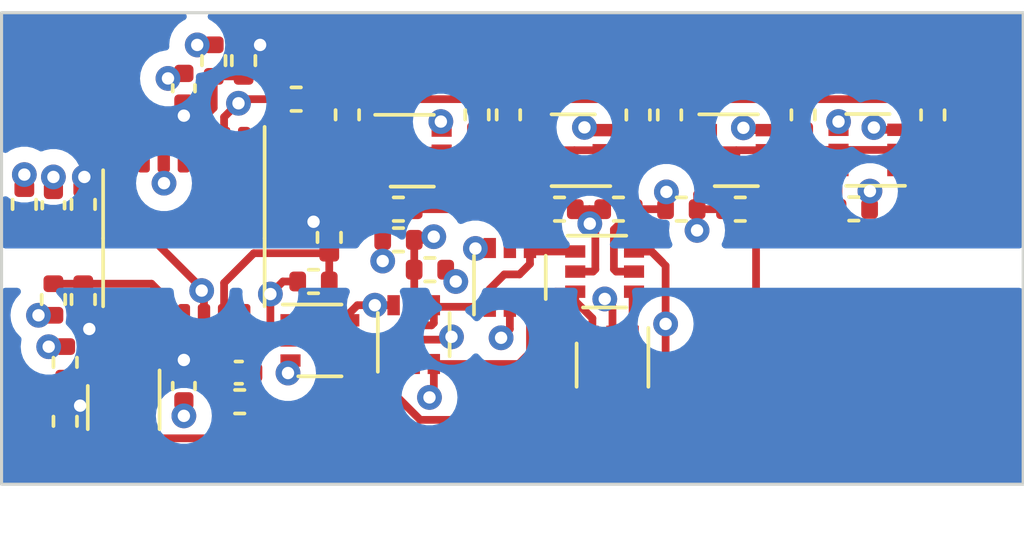
<source format=kicad_pcb>
(kicad_pcb (version 20221018) (generator pcbnew)
  (layers (0 "F.Cu" signal) (1 "In1.Cu" signal) (2 "In2.Cu" signal) (31 "B.Cu" signal) (34 "B.Paste" user) (35 "F.Paste" user) (36 "B.SilkS" user "B.Silkscreen") (37 "F.SilkS" user "F.Silkscreen") (38 "B.Mask" user) (39 "F.Mask" user) (44 "Edge.Cuts" user))
  (net 0 "")
  (net 1 "Net-(Q1A-E1)")
  (net 2 "/railE")
  (net 3 "Net-(Q1B-C2)")
  (net 4 "Net-(Q1B-E2)")
  (net 5 "Net-(Q1A-C1)")
  (net 6 "/railBottom")
  (net 7 "Net-(Q10B-C2)")
  (net 8 "Net-(Q2B-C2)")
  (net 9 "/railC")
  (net 10 "Net-(Q3B-B2)")
  (net 11 "Net-(Q4A-E1)")
  (net 12 "Net-(Q4B-C2)")
  (net 13 "Net-(Q4B-E2)")
  (net 14 "Net-(Q5B-B2)")
  (net 15 "Net-(Q6A-E1)")
  (net 16 "Net-(Q6B-C2)")
  (net 17 "Net-(Q7B-B2)")
  (net 18 "Net-(Q8A-E1)")
  (net 19 "Net-(Q8A-B1)")
  (net 20 "Net-(Q8B-B2)")
  (net 21 "Net-(Q9A-B1)")
  (net 22 "Net-(Q10A-C1)")
  (net 23 "Net-(Q10A-E1)")
  (net 24 "Net-(Q10B-E2)")
  (net 25 "GND")
  (net 26 "Net-(C2-Pad2)")
  (net 27 "Net-(Q6B-E2)")
  (net 28 "+12V")
  (net 29 "Net-(U1A-+)")
  (net 30 "Net-(U1C-+)")
  (net 31 "-12V")
  (net 32 "Net-(U1B--)")
  (net 33 "/railTop")
  (footprint "Resistor_SMD:R_0402_1005Metric" (layer "F.Cu") (at 127.254 113.03)
    (fp_text reference "R5" hide)
    (fp_text value "750")
    (pad "1" smd roundrect (at -0.51 0) (size 0.54 0.64) (layers "F.Cu" "F.Paste" "F.Mask") (net 5 "Net-(Q1A-C1)"))
    (pad "2" smd roundrect (at 0.51 0) (size 0.54 0.64) (layers "F.Cu" "F.Paste" "F.Mask") (net 3 "Net-(Q1B-C2)"))
  )
  (footprint "Resistor_SMD:R_0402_1005Metric" (layer "F.Cu") (at 111.8616 112.8756 90)
    (fp_text reference "R20" hide)
    (fp_text value "47k")
    (pad "1" smd roundrect (at -0.51 0 90) (size 0.54 0.64) (layers "F.Cu" "F.Paste" "F.Mask") (net 8 "Net-(Q2B-C2)"))
    (pad "2" smd roundrect (at 0.51 0 90) (size 0.54 0.64) (layers "F.Cu" "F.Paste" "F.Mask") (net 28 "+12V"))
  )
  (footprint "Package_TO_SOT_SMD:SOT-363_SC-70-6" (layer "F.Cu") (at 128.9662 118.0694 -90)
    (fp_text reference "Q5" hide)
    (fp_text value "PMBT3904YS")
    (pad "1" smd rect (at -0.95 -0.65 270) (size 0.65 0.4) (layers "F.Cu" "F.Paste" "F.Mask") (net 6 "/railBottom"))
    (pad "2" smd rect (at -0.95 0 270) (size 0.65 0.4) (layers "F.Cu" "F.Paste" "F.Mask") (net 12 "Net-(Q4B-C2)"))
    (pad "3" smd rect (at -0.95 0.65 270) (size 0.65 0.4) (layers "F.Cu" "F.Paste" "F.Mask") (net 8 "Net-(Q2B-C2)"))
    (pad "4" smd rect (at 0.95 0.65 270) (size 0.65 0.4) (layers "F.Cu" "F.Paste" "F.Mask") (net 6 "/railBottom"))
    (pad "5" smd rect (at 0.95 0 270) (size 0.65 0.4) (layers "F.Cu" "F.Paste" "F.Mask") (net 14 "Net-(Q5B-B2)"))
    (pad "6" smd rect (at 0.95 -0.65 270) (size 0.65 0.4) (layers "F.Cu" "F.Paste" "F.Mask") (net 9 "/railC"))
  )
  (footprint "Package_TO_SOT_SMD:SOT-363_SC-70-6" (layer "F.Cu") (at 125.649 115.235 90)
    (fp_text reference "Q2" hide)
    (fp_text value "PMBT3904YS")
    (pad "1" smd rect (at -0.95 -0.65 90) (size 0.65 0.4) (layers "F.Cu" "F.Paste" "F.Mask") (net 6 "/railBottom"))
    (pad "2" smd rect (at -0.95 0 90) (size 0.65 0.4) (layers "F.Cu" "F.Paste" "F.Mask") (net 7 "Net-(Q10B-C2)"))
    (pad "3" smd rect (at -0.95 0.65 90) (size 0.65 0.4) (layers "F.Cu" "F.Paste" "F.Mask") (net 8 "Net-(Q2B-C2)"))
    (pad "4" smd rect (at 0.95 0.65 90) (size 0.65 0.4) (layers "F.Cu" "F.Paste" "F.Mask") (net 6 "/railBottom"))
    (pad "5" smd rect (at 0.95 0 90) (size 0.65 0.4) (layers "F.Cu" "F.Paste" "F.Mask") (net 5 "Net-(Q1A-C1)"))
    (pad "6" smd rect (at 0.95 -0.65 90) (size 0.65 0.4) (layers "F.Cu" "F.Paste" "F.Mask") (net 9 "/railC"))
  )
  (footprint "Capacitor_SMD:C_0402_1005Metric" (layer "F.Cu") (at 115.1128 118.745 90)
    (fp_text reference "C4" hide)
    (fp_text value "100nF")
    (pad "1" smd roundrect (at -0.48 0 90) (size 0.56 0.62) (layers "F.Cu" "F.Paste" "F.Mask") (net 25 "GND"))
    (pad "2" smd roundrect (at 0.48 0 90) (size 0.56 0.62) (layers "F.Cu" "F.Paste" "F.Mask") (net 31 "-12V"))
  )
  (footprint "Capacitor_SMD:C_0402_1005Metric" (layer "F.Cu") (at 110.8964 112.9036 90)
    (fp_text reference "C1" hide)
    (fp_text value "47pF")
    (pad "1" smd roundrect (at -0.48 0 90) (size 0.56 0.62) (layers "F.Cu" "F.Paste" "F.Mask") (net 8 "Net-(Q2B-C2)"))
    (pad "2" smd roundrect (at 0.48 0 90) (size 0.56 0.62) (layers "F.Cu" "F.Paste" "F.Mask") (net 25 "GND"))
  )
  (footprint "Resistor_SMD:R_0402_1005Metric" (layer "F.Cu") (at 118.743 109.474 180)
    (fp_text reference "R14" hide)
    (fp_text value "51k")
    (pad "1" smd roundrect (at -0.51 0 180) (size 0.54 0.64) (layers "F.Cu" "F.Paste" "F.Mask") (net 33 "/railTop"))
    (pad "2" smd roundrect (at 0.51 0 180) (size 0.54 0.64) (layers "F.Cu" "F.Paste" "F.Mask") (net 27 "Net-(Q6B-E2)"))
  )
  (footprint "Resistor_SMD:R_0402_1005Metric" (layer "F.Cu") (at 109.9566 112.8756 90)
    (fp_text reference "R18" hide)
    (fp_text value "100k")
    (pad "1" smd roundrect (at -0.51 0 90) (size 0.54 0.64) (layers "F.Cu" "F.Paste" "F.Mask") (net 8 "Net-(Q2B-C2)"))
    (pad "2" smd roundrect (at 0.51 0 90) (size 0.54 0.64) (layers "F.Cu" "F.Paste" "F.Mask") (net 25 "GND"))
  )
  (footprint "Resistor_SMD:R_0402_1005Metric" (layer "F.Cu") (at 111.2774 117.981 90)
    (fp_text reference "R25" hide)
    (fp_text value "100k")
    (pad "1" smd roundrect (at -0.51 0 90) (size 0.54 0.64) (layers "F.Cu" "F.Paste" "F.Mask") (net 20 "Net-(Q8B-B2)"))
    (pad "2" smd roundrect (at 0.51 0 90) (size 0.54 0.64) (layers "F.Cu" "F.Paste" "F.Mask") (net 25 "GND"))
  )
  (footprint "Resistor_SMD:R_0402_1005Metric" (layer "F.Cu") (at 130.81 109.984 -90)
    (fp_text reference "R8" hide)
    (fp_text value "51k")
    (pad "1" smd roundrect (at -0.51 0 270) (size 0.54 0.64) (layers "F.Cu" "F.Paste" "F.Mask") (net 33 "/railTop"))
    (pad "2" smd roundrect (at 0.51 0 270) (size 0.54 0.64) (layers "F.Cu" "F.Paste" "F.Mask") (net 11 "Net-(Q4A-E1)"))
  )
  (footprint "Package_SO:TSSOP-14_4.4x5mm_P0.65mm" (layer "F.Cu") (at 115.1128 113.9698 -90)
    (fp_text reference "U1" hide)
    (fp_text value "TL074")
    (pad "1" smd roundrect (at -2.8625 -1.95 270) (size 1.475 0.4) (layers "F.Cu" "F.Paste" "F.Mask") (net 2 "/railE"))
    (pad "2" smd roundrect (at -2.8625 -1.3 270) (size 1.475 0.4) (layers "F.Cu" "F.Paste" "F.Mask") (net 27 "Net-(Q6B-E2)"))
    (pad "3" smd roundrect (at -2.8625 -0.65 270) (size 1.475 0.4) (layers "F.Cu" "F.Paste" "F.Mask") (net 29 "Net-(U1A-+)"))
    (pad "4" smd roundrect (at -2.8625 0 270) (size 1.475 0.4) (layers "F.Cu" "F.Paste" "F.Mask") (net 28 "+12V"))
    (pad "5" smd roundrect (at -2.8625 0.65 270) (size 1.475 0.4) (layers "F.Cu" "F.Paste" "F.Mask") (net 25 "GND"))
    (pad "6" smd roundrect (at -2.8625 1.3 270) (size 1.475 0.4) (layers "F.Cu" "F.Paste" "F.Mask") (net 32 "Net-(U1B--)"))
    (pad "7" smd roundrect (at -2.8625 1.95 270) (size 1.475 0.4) (layers "F.Cu" "F.Paste" "F.Mask") (net 32 "Net-(U1B--)"))
    (pad "8" smd roundrect (at 2.8625 1.95 270) (size 1.475 0.4) (layers "F.Cu" "F.Paste" "F.Mask") (net 19 "Net-(Q8A-B1)"))
    (pad "9" smd roundrect (at 2.8625 1.3 270) (size 1.475 0.4) (layers "F.Cu" "F.Paste" "F.Mask") (net 18 "Net-(Q8A-E1)"))
    (pad "10" smd roundrect (at 2.8625 0.65 270) (size 1.475 0.4) (layers "F.Cu" "F.Paste" "F.Mask") (net 30 "Net-(U1C-+)"))
    (pad "11" smd roundrect (at 2.8625 0 270) (size 1.475 0.4) (layers "F.Cu" "F.Paste" "F.Mask") (net 31 "-12V"))
    (pad "12" smd roundrect (at 2.8625 -0.65 270) (size 1.475 0.4) (layers "F.Cu" "F.Paste" "F.Mask") (net 8 "Net-(Q2B-C2)"))
    (pad "13" smd roundrect (at 2.8625 -1.3 270) (size 1.475 0.4) (layers "F.Cu" "F.Paste" "F.Mask") (net 17 "Net-(Q7B-B2)"))
    (pad "14" smd roundrect (at 2.8625 -1.95 270) (size 1.475 0.4) (layers "F.Cu" "F.Paste" "F.Mask") (net 26 "Net-(C2-Pad2)"))
  )
  (footprint "Resistor_SMD:R_0402_1005Metric" (layer "F.Cu") (at 110.8964 115.949 90)
    (fp_text reference "R22" hide)
    (fp_text value "100k")
    (pad "1" smd roundrect (at -0.51 0 90) (size 0.54 0.64) (layers "F.Cu" "F.Paste" "F.Mask") (net 25 "GND"))
    (pad "2" smd roundrect (at 0.51 0 90) (size 0.54 0.64) (layers "F.Cu" "F.Paste" "F.Mask") (net 30 "Net-(U1C-+)"))
  )
  (footprint "Package_TO_SOT_SMD:SOT-363_SC-70-6" (layer "F.Cu") (at 119.509 117.2718)
    (fp_text reference "Q7" hide)
    (fp_text value "PMBT3904YS")
    (pad "1" smd rect (at -0.95 -0.65) (size 0.65 0.4) (layers "F.Cu" "F.Paste" "F.Mask") (net 6 "/railBottom"))
    (pad "2" smd rect (at -0.95 0) (size 0.65 0.4) (layers "F.Cu" "F.Paste" "F.Mask") (net 16 "Net-(Q6B-C2)"))
    (pad "3" smd rect (at -0.95 0.65) (size 0.65 0.4) (layers "F.Cu" "F.Paste" "F.Mask") (net 8 "Net-(Q2B-C2)"))
    (pad "4" smd rect (at 0.95 0.65) (size 0.65 0.4) (layers "F.Cu" "F.Paste" "F.Mask") (net 6 "/railBottom"))
    (pad "5" smd rect (at 0.95 0) (size 0.65 0.4) (layers "F.Cu" "F.Paste" "F.Mask") (net 17 "Net-(Q7B-B2)"))
    (pad "6" smd rect (at 0.95 -0.65) (size 0.65 0.4) (layers "F.Cu" "F.Paste" "F.Mask") (net 9 "/railC"))
  )
  (footprint "Resistor_SMD:R_0402_1005Metric" (layer "F.Cu") (at 120.396 109.98 -90)
    (fp_text reference "R27" hide)
    (fp_text value "51k")
    (pad "1" smd roundrect (at -0.51 0 270) (size 0.54 0.64) (layers "F.Cu" "F.Paste" "F.Mask") (net 33 "/railTop"))
    (pad "2" smd roundrect (at 0.51 0 270) (size 0.54 0.64) (layers "F.Cu" "F.Paste" "F.Mask") (net 23 "Net-(Q10A-E1)"))
  )
  (footprint "Package_TO_SOT_SMD:SOT-363_SC-70-6" (layer "F.Cu") (at 137.221 111.1146 180)
    (fp_text reference "Q6" hide)
    (fp_text value "PMBT3906YS")
    (pad "1" smd rect (at -0.95 -0.65 180) (size 0.65 0.4) (layers "F.Cu" "F.Paste" "F.Mask") (net 15 "Net-(Q6A-E1)"))
    (pad "2" smd rect (at -0.95 0 180) (size 0.65 0.4) (layers "F.Cu" "F.Paste" "F.Mask") (net 2 "/railE"))
    (pad "3" smd rect (at -0.95 0.65 180) (size 0.65 0.4) (layers "F.Cu" "F.Paste" "F.Mask") (net 16 "Net-(Q6B-C2)"))
    (pad "4" smd rect (at 0.95 0.65 180) (size 0.65 0.4) (layers "F.Cu" "F.Paste" "F.Mask") (net 27 "Net-(Q6B-E2)"))
    (pad "5" smd rect (at 0.95 0 180) (size 0.65 0.4) (layers "F.Cu" "F.Paste" "F.Mask") (net 2 "/railE"))
    (pad "6" smd rect (at 0.95 -0.65 180) (size 0.65 0.4) (layers "F.Cu" "F.Paste" "F.Mask") (net 14 "Net-(Q5B-B2)"))
  )
  (footprint "Resistor_SMD:R_0402_1005Metric" (layer "F.Cu") (at 122.047 113.03)
    (fp_text reference "R3" hide)
    (fp_text value "750")
    (pad "1" smd roundrect (at -0.51 0) (size 0.54 0.64) (layers "F.Cu" "F.Paste" "F.Mask") (net 7 "Net-(Q10B-C2)"))
    (pad "2" smd roundrect (at 0.51 0) (size 0.54 0.64) (layers "F.Cu" "F.Paste" "F.Mask") (net 5 "Net-(Q1A-C1)"))
  )
  (footprint "Resistor_SMD:R_0402_1005Metric" (layer "F.Cu") (at 116.9182 119.253 180)
    (fp_text reference "R19" hide)
    (fp_text value "100k")
    (pad "1" smd roundrect (at -0.51 0 180) (size 0.54 0.64) (layers "F.Cu" "F.Paste" "F.Mask") (net 26 "Net-(C2-Pad2)"))
    (pad "2" smd roundrect (at 0.51 0 180) (size 0.54 0.64) (layers "F.Cu" "F.Paste" "F.Mask") (net 17 "Net-(Q7B-B2)"))
  )
  (footprint "Package_TO_SOT_SMD:SOT-363_SC-70-6" (layer "F.Cu") (at 122.542 117.0838 90)
    (fp_text reference "Q9" hide)
    (fp_text value "PMBT3904YS")
    (pad "1" smd rect (at -0.95 -0.65 90) (size 0.65 0.4) (layers "F.Cu" "F.Paste" "F.Mask") (net 6 "/railBottom"))
    (pad "2" smd rect (at -0.95 0 90) (size 0.65 0.4) (layers "F.Cu" "F.Paste" "F.Mask") (net 21 "Net-(Q9A-B1)"))
    (pad "3" smd rect (at -0.95 0.65 90) (size 0.65 0.4) (layers "F.Cu" "F.Paste" "F.Mask") (net 8 "Net-(Q2B-C2)"))
    (pad "4" smd rect (at 0.95 0.65 90) (size 0.65 0.4) (layers "F.Cu" "F.Paste" "F.Mask") (net 6 "/railBottom"))
    (pad "5" smd rect (at 0.95 0 90) (size 0.65 0.4) (layers "F.Cu" "F.Paste" "F.Mask") (net 22 "Net-(Q10A-C1)"))
    (pad "6" smd rect (at 0.95 -0.65 90) (size 0.65 0.4) (layers "F.Cu" "F.Paste" "F.Mask") (net 9 "/railC"))
  )
  (footprint "Resistor_SMD:R_0402_1005Metric" (layer "F.Cu") (at 116.078 108.2274 90)
    (fp_text reference "R17" hide)
    (fp_text value "100k")
    (pad "1" smd roundrect (at -0.51 0 90) (size 0.54 0.64) (layers "F.Cu" "F.Paste" "F.Mask") (net 29 "Net-(U1A-+)"))
    (pad "2" smd roundrect (at 0.51 0 90) (size 0.54 0.64) (layers "F.Cu" "F.Paste" "F.Mask") (net 25 "GND"))
  )
  (footprint "Capacitor_SMD:C_0402_1005Metric" (layer "F.Cu") (at 116.8882 118.3132)
    (fp_text reference "C2" hide)
    (fp_text value "47pF")
    (pad "1" smd roundrect (at -0.48 0) (size 0.56 0.62) (layers "F.Cu" "F.Paste" "F.Mask") (net 17 "Net-(Q7B-B2)"))
    (pad "2" smd roundrect (at 0.48 0) (size 0.56 0.62) (layers "F.Cu" "F.Paste" "F.Mask") (net 26 "Net-(C2-Pad2)"))
  )
  (footprint "Resistor_SMD:R_0402_1005Metric" (layer "F.Cu") (at 111.2774 119.886 90)
    (fp_text reference "R24" hide)
    (fp_text value "47k")
    (pad "1" smd roundrect (at -0.51 0 90) (size 0.54 0.64) (layers "F.Cu" "F.Paste" "F.Mask") (net 18 "Net-(Q8A-E1)"))
    (pad "2" smd roundrect (at 0.51 0 90) (size 0.54 0.64) (layers "F.Cu" "F.Paste" "F.Mask") (net 31 "-12V"))
  )
  (footprint "Resistor_SMD:R_0402_1005Metric" (layer "F.Cu") (at 122.049 114.0206 180)
    (fp_text reference "R1" hide)
    (fp_text value "750")
    (pad "1" smd roundrect (at -0.51 0 180) (size 0.54 0.64) (layers "F.Cu" "F.Paste" "F.Mask") (net 22 "Net-(Q10A-C1)"))
    (pad "2" smd roundrect (at 0.51 0 180) (size 0.54 0.64) (layers "F.Cu" "F.Paste" "F.Mask") (net 7 "Net-(Q10B-C2)"))
  )
  (footprint "Package_TO_SOT_SMD:SOT-363_SC-70-6" (layer "F.Cu") (at 128.712 115.047)
    (fp_text reference "Q3" hide)
    (fp_text value "PMBT3904YS")
    (pad "1" smd rect (at -0.95 -0.65) (size 0.65 0.4) (layers "F.Cu" "F.Paste" "F.Mask") (net 6 "/railBottom"))
    (pad "2" smd rect (at -0.95 0) (size 0.65 0.4) (layers "F.Cu" "F.Paste" "F.Mask") (net 3 "Net-(Q1B-C2)"))
    (pad "3" smd rect (at -0.95 0.65) (size 0.65 0.4) (layers "F.Cu" "F.Paste" "F.Mask") (net 8 "Net-(Q2B-C2)"))
    (pad "4" smd rect (at 0.95 0.65) (size 0.65 0.4) (layers "F.Cu" "F.Paste" "F.Mask") (net 6 "/railBottom"))
    (pad "5" smd rect (at 0.95 0) (size 0.65 0.4) (layers "F.Cu" "F.Paste" "F.Mask") (net 10 "Net-(Q3B-B2)"))
    (pad "6" smd rect (at 0.95 -0.65) (size 0.65 0.4) (layers "F.Cu" "F.Paste" "F.Mask") (net 9 "/railC"))
  )
  (footprint "Package_TO_SOT_SMD:SOT-363_SC-70-6" (layer "F.Cu") (at 132.969 111.125)
    (fp_text reference "Q4" hide)
    (fp_text value "PMBT3906YS")
    (pad "1" smd rect (at -0.95 -0.65) (size 0.65 0.4) (layers "F.Cu" "F.Paste" "F.Mask") (net 11 "Net-(Q4A-E1)"))
    (pad "2" smd rect (at -0.95 0) (size 0.65 0.4) (layers "F.Cu" "F.Paste" "F.Mask") (net 2 "/railE"))
    (pad "3" smd rect (at -0.95 0.65) (size 0.65 0.4) (layers "F.Cu" "F.Paste" "F.Mask") (net 12 "Net-(Q4B-C2)"))
    (pad "4" smd rect (at 0.95 0.65) (size 0.65 0.4) (layers "F.Cu" "F.Paste" "F.Mask") (net 13 "Net-(Q4B-E2)"))
    (pad "5" smd rect (at 0.95 0) (size 0.65 0.4) (layers "F.Cu" "F.Paste" "F.Mask") (net 2 "/railE"))
    (pad "6" smd rect (at 0.95 -0.65) (size 0.65 0.4) (layers "F.Cu" "F.Paste" "F.Mask") (net 10 "Net-(Q3B-B2)"))
  )
  (footprint "Resistor_SMD:R_0402_1005Metric" (layer "F.Cu") (at 131.191 113.03)
    (fp_text reference "R9" hide)
    (fp_text value "750")
    (pad "1" smd roundrect (at -0.51 0) (size 0.54 0.64) (layers "F.Cu" "F.Paste" "F.Mask") (net 10 "Net-(Q3B-B2)"))
    (pad "2" smd roundrect (at 0.51 0) (size 0.54 0.64) (layers "F.Cu" "F.Paste" "F.Mask") (net 12 "Net-(Q4B-C2)"))
  )
  (footprint "Resistor_SMD:R_0402_1005Metric" (layer "F.Cu") (at 117.0432 108.2274 -90)
    (fp_text reference "R16" hide)
    (fp_text value "100k")
    (pad "1" smd roundrect (at -0.51 0 270) (size 0.54 0.64) (layers "F.Cu" "F.Paste" "F.Mask") (net 28 "+12V"))
    (pad "2" smd roundrect (at 0.51 0 270) (size 0.54 0.64) (layers "F.Cu" "F.Paste" "F.Mask") (net 29 "Net-(U1A-+)"))
  )
  (footprint "Resistor_SMD:R_0402_1005Metric" (layer "F.Cu") (at 124.587 109.98 -90)
    (fp_text reference "R2" hide)
    (fp_text value "51k")
    (pad "1" smd roundrect (at -0.51 0 270) (size 0.54 0.64) (layers "F.Cu" "F.Paste" "F.Mask") (net 33 "/railTop"))
    (pad "2" smd roundrect (at 0.51 0 270) (size 0.54 0.64) (layers "F.Cu" "F.Paste" "F.Mask") (net 24 "Net-(Q10B-E2)"))
  )
  (footprint "Resistor_SMD:R_0402_1005Metric" (layer "F.Cu") (at 125.603 109.98 -90)
    (fp_text reference "R6" hide)
    (fp_text value "51k")
    (pad "1" smd roundrect (at -0.51 0 270) (size 0.54 0.64) (layers "F.Cu" "F.Paste" "F.Mask") (net 33 "/railTop"))
    (pad "2" smd roundrect (at 0.51 0 270) (size 0.54 0.64) (layers "F.Cu" "F.Paste" "F.Mask") (net 4 "Net-(Q1B-E2)"))
  )
  (footprint "Resistor_SMD:R_0402_1005Metric" (layer "F.Cu") (at 139.319 109.984 -90)
    (fp_text reference "R12" hide)
    (fp_text value "51k")
    (pad "1" smd roundrect (at -0.51 0 270) (size 0.54 0.64) (layers "F.Cu" "F.Paste" "F.Mask") (net 33 "/railTop"))
    (pad "2" smd roundrect (at 0.51 0 270) (size 0.54 0.64) (layers "F.Cu" "F.Paste" "F.Mask") (net 15 "Net-(Q6A-E1)"))
  )
  (footprint "Resistor_SMD:R_0402_1005Metric" (layer "F.Cu") (at 119.3018 115.3668)
    (fp_text reference "R15" hide)
    (fp_text value "750")
    (pad "1" smd roundrect (at -0.51 0) (size 0.54 0.64) (layers "F.Cu" "F.Paste" "F.Mask") (net 16 "Net-(Q6B-C2)"))
    (pad "2" smd roundrect (at 0.51 0) (size 0.54 0.64) (layers "F.Cu" "F.Paste" "F.Mask") (net 17 "Net-(Q7B-B2)"))
  )
  (footprint "Package_TO_SOT_SMD:SOT-363_SC-70-6" (layer "F.Cu") (at 113.1674 119.441 -90)
    (fp_text reference "Q8" hide)
    (fp_text value "PMBT3904YS")
    (pad "1" smd rect (at -0.95 -0.65 270) (size 0.65 0.4) (layers "F.Cu" "F.Paste" "F.Mask") (net 18 "Net-(Q8A-E1)"))
    (pad "2" smd rect (at -0.95 0 270) (size 0.65 0.4) (layers "F.Cu" "F.Paste" "F.Mask") (net 19 "Net-(Q8A-B1)"))
    (pad "3" smd rect (at -0.95 0.65 270) (size 0.65 0.4) (layers "F.Cu" "F.Paste" "F.Mask") (net 20 "Net-(Q8B-B2)"))
    (pad "4" smd rect (at 0.95 0.65 270) (size 0.65 0.4) (layers "F.Cu" "F.Paste" "F.Mask") (net 18 "Net-(Q8A-E1)"))
    (pad "5" smd rect (at 0.95 0 270) (size 0.65 0.4) (layers "F.Cu" "F.Paste" "F.Mask") (net 20 "Net-(Q8B-B2)"))
    (pad "6" smd rect (at 0.95 -0.65 270) (size 0.65 0.4) (layers "F.Cu" "F.Paste" "F.Mask") (net 6 "/railBottom"))
  )
  (footprint "Package_TO_SOT_SMD:SOT-363_SC-70-6" (layer "F.Cu") (at 122.494 111.14)
    (fp_text reference "Q10" hide)
    (fp_text value "PMBT3906YS")
    (pad "1" smd rect (at -0.95 -0.65) (size 0.65 0.4) (layers "F.Cu" "F.Paste" "F.Mask") (net 23 "Net-(Q10A-E1)"))
    (pad "2" smd rect (at -0.95 0) (size 0.65 0.4) (layers "F.Cu" "F.Paste" "F.Mask") (net 2 "/railE"))
    (pad "3" smd rect (at -0.95 0.65) (size 0.65 0.4) (layers "F.Cu" "F.Paste" "F.Mask") (net 7 "Net-(Q10B-C2)"))
    (pad "4" smd rect (at 0.95 0.65) (size 0.65 0.4) (layers "F.Cu" "F.Paste" "F.Mask") (net 24 "Net-(Q10B-E2)"))
    (pad "5" smd rect (at 0.95 0) (size 0.65 0.4) (layers "F.Cu" "F.Paste" "F.Mask") (net 2 "/railE"))
    (pad "6" smd rect (at 0.95 -0.65) (size 0.65 0.4) (layers "F.Cu" "F.Paste" "F.Mask") (net 22 "Net-(Q10A-C1)"))
  )
  (footprint "Resistor_SMD:R_0402_1005Metric" (layer "F.Cu") (at 123.065 114.9858 180)
    (fp_text reference "R26" hide)
    (fp_text value "750")
    (pad "1" smd roundrect (at -0.51 0 180) (size 0.54 0.64) (layers "F.Cu" "F.Paste" "F.Mask") (net 21 "Net-(Q9A-B1)"))
    (pad "2" smd roundrect (at 0.51 0 180) (size 0.54 0.64) (layers "F.Cu" "F.Paste" "F.Mask") (net 22 "Net-(Q10A-C1)"))
  )
  (footprint "Resistor_SMD:R_0402_1005Metric" (layer "F.Cu") (at 133.096 113.03)
    (fp_text reference "R11" hide)
    (fp_text value "750")
    (pad "1" smd roundrect (at -0.51 0) (size 0.54 0.64) (layers "F.Cu" "F.Paste" "F.Mask") (net 12 "Net-(Q4B-C2)"))
    (pad "2" smd roundrect (at 0.51 0) (size 0.54 0.64) (layers "F.Cu" "F.Paste" "F.Mask") (net 14 "Net-(Q5B-B2)"))
  )
  (footprint "Capacitor_SMD:C_0402_1005Metric" (layer "F.Cu") (at 115.1128 109.121 90)
    (fp_text reference "C3" hide)
    (fp_text value "100nF")
    (pad "1" smd roundrect (at -0.48 0 90) (size 0.56 0.62) (layers "F.Cu" "F.Paste" "F.Mask") (net 28 "+12V"))
    (pad "2" smd roundrect (at 0.48 0 90) (size 0.56 0.62) (layers "F.Cu" "F.Paste" "F.Mask") (net 25 "GND"))
  )
  (footprint "Package_TO_SOT_SMD:SOT-363_SC-70-6" (layer "F.Cu") (at 127.696 111.125 180)
    (fp_text reference "Q1" hide)
    (fp_text value "PMBT3906YS")
    (pad "1" smd rect (at -0.95 -0.65 180) (size 0.65 0.4) (layers "F.Cu" "F.Paste" "F.Mask") (net 1 "Net-(Q1A-E1)"))
    (pad "2" smd rect (at -0.95 0 180) (size 0.65 0.4) (layers "F.Cu" "F.Paste" "F.Mask") (net 2 "/railE"))
    (pad "3" smd rect (at -0.95 0.65 180) (size 0.65 0.4) (layers "F.Cu" "F.Paste" "F.Mask") (net 3 "Net-(Q1B-C2)"))
    (pad "4" smd rect (at 0.95 0.65 180) (size 0.65 0.4) (layers "F.Cu" "F.Paste" "F.Mask") (net 4 "Net-(Q1B-E2)"))
    (pad "5" smd rect (at 0.95 0 180) (size 0.65 0.4) (layers "F.Cu" "F.Paste" "F.Mask") (net 2 "/railE"))
    (pad "6" smd rect (at 0.95 -0.65 180) (size 0.65 0.4) (layers "F.Cu" "F.Paste" "F.Mask") (net 5 "Net-(Q1A-C1)"))
  )
  (footprint "Resistor_SMD:R_0402_1005Metric" (layer "F.Cu") (at 136.7658 113.0196)
    (fp_text reference "R13" hide)
    (fp_text value "750")
    (pad "1" smd roundrect (at -0.51 0) (size 0.54 0.64) (layers "F.Cu" "F.Paste" "F.Mask") (net 14 "Net-(Q5B-B2)"))
    (pad "2" smd roundrect (at 0.51 0) (size 0.54 0.64) (layers "F.Cu" "F.Paste" "F.Mask") (net 16 "Net-(Q6B-C2)"))
  )
  (footprint "Resistor_SMD:R_0402_1005Metric" (layer "F.Cu") (at 119.8118 113.9424 -90)
    (fp_text reference "R21" hide)
    (fp_text value "47k")
    (pad "1" smd roundrect (at -0.51 0 270) (size 0.54 0.64) (layers "F.Cu" "F.Paste" "F.Mask") (net 28 "+12V"))
    (pad "2" smd roundrect (at 0.51 0 270) (size 0.54 0.64) (layers "F.Cu" "F.Paste" "F.Mask") (net 17 "Net-(Q7B-B2)"))
  )
  (footprint "Resistor_SMD:R_0402_1005Metric" (layer "F.Cu") (at 135.128 109.982 -90)
    (fp_text reference "R10" hide)
    (fp_text value "51k")
    (pad "1" smd roundrect (at -0.51 0 270) (size 0.54 0.64) (layers "F.Cu" "F.Paste" "F.Mask") (net 33 "/railTop"))
    (pad "2" smd roundrect (at 0.51 0 270) (size 0.54 0.64) (layers "F.Cu" "F.Paste" "F.Mask") (net 13 "Net-(Q4B-E2)"))
  )
  (footprint "Resistor_SMD:R_0402_1005Metric" (layer "F.Cu") (at 129.794 109.984 -90)
    (fp_text reference "R4" hide)
    (fp_text value "51k")
    (pad "1" smd roundrect (at -0.51 0 270) (size 0.54 0.64) (layers "F.Cu" "F.Paste" "F.Mask") (net 33 "/railTop"))
    (pad "2" smd roundrect (at 0.51 0 270) (size 0.54 0.64) (layers "F.Cu" "F.Paste" "F.Mask") (net 1 "Net-(Q1A-E1)"))
  )
  (footprint "Resistor_SMD:R_0402_1005Metric" (layer "F.Cu") (at 111.8616 115.949 -90)
    (fp_text reference "R23" hide)
    (fp_text value "100k")
    (pad "1" smd roundrect (at -0.51 0 270) (size 0.54 0.64) (layers "F.Cu" "F.Paste" "F.Mask") (net 30 "Net-(U1C-+)"))
    (pad "2" smd roundrect (at 0.51 0 270) (size 0.54 0.64) (layers "F.Cu" "F.Paste" "F.Mask") (net 31 "-12V"))
  )
  (footprint "Resistor_SMD:R_0402_1005Metric" (layer "F.Cu") (at 129.159 113.03)
    (fp_text reference "R7" hide)
    (fp_text value "750")
    (pad "1" smd roundrect (at -0.51 0) (size 0.54 0.64) (layers "F.Cu" "F.Paste" "F.Mask") (net 3 "Net-(Q1B-C2)"))
    (pad "2" smd roundrect (at 0.51 0) (size 0.54 0.64) (layers "F.Cu" "F.Paste" "F.Mask") (net 10 "Net-(Q3B-B2)"))
  )
  (gr_rect (start 109.22 106.68) (end 142.24 121.92) (stroke (width 0.1)) (fill none) (layer "Edge.Cuts"))
  (segment (start 129.221 111.775) (end 128.646 111.775) (width 0.25) (layer "F.Cu") (net 1))
  (segment (start 129.794 110.494) (end 129.794 111.202) (width 0.25) (layer "F.Cu") (net 1))
  (segment (start 129.794 111.202) (end 129.221 111.775) (width 0.25) (layer "F.Cu") (net 1))
  (segment (start 132.969 111.125) (end 133.919 111.125) (width 0.25) (layer "F.Cu") (net 2))
  (segment (start 122.4938 111.14) (end 122.5042 111.1504) (width 0.25) (layer "F.Cu") (net 2))
  (segment (start 132.969 111.8108) (end 132.969 111.125) (width 0.25) (layer "F.Cu") (net 2))
  (segment (start 129.332396 112.3) (end 127.996 112.3) (width 0.25) (layer "F.Cu") (net 2))
  (segment (start 130.507396 111.125) (end 129.332396 112.3) (width 0.25) (layer "F.Cu") (net 2))
  (segment (start 138.171 111.1146) (end 136.271 111.1146) (width 0.25) (layer "F.Cu") (net 2))
  (segment (start 136.271 111.1146) (end 135.790796 111.1146) (width 0.25) (layer "F.Cu") (net 2))
  (segment (start 134.561196 112.3442) (end 133.5024 112.3442) (width 0.25) (layer "F.Cu") (net 2))
  (segment (start 117.0955 111.14) (end 117.0628 111.1073) (width 0.25) (layer "F.Cu") (net 2))
  (segment (start 121.544 111.14) (end 122.4938 111.14) (width 0.25) (layer "F.Cu") (net 2))
  (segment (start 122.5042 111.1504) (end 122.5146 111.14) (width 0.25) (layer "F.Cu") (net 2))
  (segment (start 132.019 111.125) (end 130.507396 111.125) (width 0.25) (layer "F.Cu") (net 2))
  (segment (start 133.5024 112.3442) (end 132.969 111.8108) (width 0.25) (layer "F.Cu") (net 2))
  (segment (start 122.794 112.315) (end 125.0988 112.315) (width 0.25) (layer "F.Cu") (net 2))
  (segment (start 132.019 111.125) (end 132.969 111.125) (width 0.25) (layer "F.Cu") (net 2))
  (segment (start 122.5042 111.1504) (end 122.5042 112.0252) (width 0.25) (layer "F.Cu") (net 2))
  (segment (start 127.7366 111.125) (end 128.646 111.125) (width 0.25) (layer "F.Cu") (net 2))
  (segment (start 135.790796 111.1146) (end 134.561196 112.3442) (width 0.25) (layer "F.Cu") (net 2))
  (segment (start 125.0988 112.315) (end 126.2888 111.125) (width 0.25) (layer "F.Cu") (net 2))
  (segment (start 126.746 111.125) (end 127.7366 111.125) (width 0.25) (layer "F.Cu") (net 2))
  (segment (start 122.5146 111.14) (end 123.444 111.14) (width 0.25) (layer "F.Cu") (net 2))
  (segment (start 121.544 111.14) (end 117.0955 111.14) (width 0.25) (layer "F.Cu") (net 2))
  (segment (start 127.7366 112.0406) (end 127.7366 111.125) (width 0.25) (layer "F.Cu") (net 2))
  (segment (start 126.2888 111.125) (end 126.746 111.125) (width 0.25) (layer "F.Cu") (net 2))
  (segment (start 122.5042 112.0252) (end 122.794 112.315) (width 0.25) (layer "F.Cu") (net 2))
  (segment (start 127.996 112.3) (end 127.7366 112.0406) (width 0.25) (layer "F.Cu") (net 2))
  (segment (start 128.412 113.678) (end 128.2329 113.4989) (width 0.25) (layer "F.Cu") (net 3))
  (segment (start 128.2192 113.03) (end 128.2192 113.4852) (width 0.25) (layer "F.Cu") (net 3))
  (segment (start 128.2192 113.4852) (end 128.2329 113.4989) (width 0.25) (layer "F.Cu") (net 3))
  (segment (start 128.646 110.475) (end 128.14902 110.475) (width 0.25) (layer "F.Cu") (net 3))
  (segment (start 128.649 113.03) (end 128.2192 113.03) (width 0.25) (layer "F.Cu") (net 3))
  (segment (start 128.412 114.972) (end 128.412 113.678) (width 0.25) (layer "F.Cu") (net 3))
  (segment (start 128.2192 113.03) (end 127.764 113.03) (width 0.25) (layer "F.Cu") (net 3))
  (segment (start 128.337 115.047) (end 128.412 114.972) (width 0.25) (layer "F.Cu") (net 3))
  (segment (start 127.762 115.047) (end 128.337 115.047) (width 0.25) (layer "F.Cu") (net 3))
  (segment (start 128.14902 110.475) (end 128.059539 110.385519) (width 0.25) (layer "F.Cu") (net 3))
  (via (at 128.2329 113.4989) (size 0.8) (drill 0.4) (layers "F.Cu" "B.Cu") (net 3))
  (via (at 128.059539 110.385519) (size 0.8) (drill 0.4) (layers "F.Cu" "B.Cu") (net 3))
  (segment (start 126.731 110.49) (end 126.746 110.475) (width 0.25) (layer "F.Cu") (net 4))
  (segment (start 125.603 110.49) (end 126.731 110.49) (width 0.25) (layer "F.Cu") (net 4))
  (segment (start 126.746 111.775) (end 126.746 113.028) (width 0.25) (layer "F.Cu") (net 5))
  (segment (start 125.649 113.0506) (end 125.6284 113.03) (width 0.25) (layer "F.Cu") (net 5))
  (segment (start 126.744 113.03) (end 125.6284 113.03) (width 0.25) (layer "F.Cu") (net 5))
  (segment (start 125.649 114.285) (end 125.649 113.0506) (width 0.25) (layer "F.Cu") (net 5))
  (segment (start 126.746 113.028) (end 126.744 113.03) (width 0.25) (layer "F.Cu") (net 5))
  (segment (start 122.557 113.03) (end 125.6284 113.03) (width 0.25) (layer "F.Cu") (net 5))
  (segment (start 124.999 116.185) (end 123.2432 116.185) (width 0.25) (layer "F.Cu") (net 6))
  (segment (start 128.676 118.0592) (end 129.0828 118.0592) (width 0.25) (layer "F.Cu") (net 6))
  (segment (start 126.299 114.7978) (end 125.9586 115.1382) (width 0.25) (layer "F.Cu") (net 6))
  (segment (start 122.555 116.7838) (end 121.892 117.4468) (width 0.25) (layer "F.Cu") (net 6))
  (segment (start 123.192 116.1338) (end 123.192 116.7088) (width 0.25) (layer "F.Cu") (net 6))
  (segment (start 122.750827 119.8389) (end 123.7725 119.8389) (width 0.25) (layer "F.Cu") (net 6))
  (segment (start 120.459 117.9218) (end 119.6744 117.9218) (width 0.25) (layer "F.Cu") (net 6))
  (segment (start 129.6162 117.5258) (end 129.6162 117.094) (width 0.25) (layer "F.Cu") (net 6))
  (segment (start 128.3162 118.994) (end 128.3162 118.419) (width 0.25) (layer "F.Cu") (net 6))
  (segment (start 129.6162 115.7428) (end 129.662 115.697) (width 0.25) (layer "F.Cu") (net 6))
  (segment (start 113.8174 120.391) (end 113.8616 120.4352) (width 0.25) (layer "F.Cu") (net 6))
  (segment (start 126.411 114.397) (end 126.299 114.285) (width 0.25) (layer "F.Cu") (net 6))
  (segment (start 117.9184 120.4352) (end 119.6744 118.6792) (width 0.25) (layer "F.Cu") (net 6))
  (segment (start 121.892 118.980073) (end 122.750827 119.8389) (width 0.25) (layer "F.Cu") (net 6))
  (segment (start 119.6744 118.6792) (end 119.6744 117.9218) (width 0.25) (layer "F.Cu") (net 6))
  (segment (start 119.2657 117.5131) (end 119.2657 116.7765) (width 0.25) (layer "F.Cu") (net 6))
  (segment (start 119.2657 116.7765) (end 119.111 116.6218) (width 0.25) (layer "F.Cu") (net 6))
  (segment (start 128.3162 118.419) (end 128.676 118.0592) (width 0.25) (layer "F.Cu") (net 6))
  (segment (start 129.6162 117.094) (end 129.6162 115.7428) (width 0.25) (layer "F.Cu") (net 6))
  (segment (start 123.2432 116.185) (end 123.192 116.1338) (width 0.25) (layer "F.Cu") (net 6))
  (segment (start 121.78 117.9218) (end 121.892 118.0338) (width 0.25) (layer "F.Cu") (net 6))
  (segment (start 121.892 117.4468) (end 121.892 118.0338) (width 0.25) (layer "F.Cu") (net 6))
  (segment (start 119.6744 117.9218) (end 119.2657 117.5131) (width 0.25) (layer "F.Cu") (net 6))
  (segment (start 123.117 116.7838) (end 122.555 116.7838) (width 0.25) (layer "F.Cu") (net 6))
  (segment (start 113.8616 120.4352) (end 117.9184 120.4352) (width 0.25) (layer "F.Cu") (net 6))
  (segment (start 123.192 116.7088) (end 123.117 116.7838) (width 0.25) (layer "F.Cu") (net 6))
  (segment (start 124.6174 118.994) (end 128.3162 118.994) (width 0.25) (layer "F.Cu") (net 6))
  (segment (start 127.762 114.397) (end 126.411 114.397) (width 0.25) (layer "F.Cu") (net 6))
  (segment (start 120.459 117.9218) (end 121.78 117.9218) (width 0.25) (layer "F.Cu") (net 6))
  (segment (start 129.0828 118.0592) (end 129.6162 117.5258) (width 0.25) (layer "F.Cu") (net 6))
  (segment (start 126.299 114.285) (end 126.299 114.7978) (width 0.25) (layer "F.Cu") (net 6))
  (segment (start 124.999 115.61) (end 124.999 116.185) (width 0.25) (layer "F.Cu") (net 6))
  (segment (start 125.4708 115.1382) (end 124.999 115.61) (width 0.25) (layer "F.Cu") (net 6))
  (segment (start 121.892 118.0338) (end 121.892 118.980073) (width 0.25) (layer "F.Cu") (net 6))
  (segment (start 125.9586 115.1382) (end 125.4708 115.1382) (width 0.25) (layer "F.Cu") (net 6))
  (segment (start 123.7725 119.8389) (end 124.6174 118.994) (width 0.25) (layer "F.Cu") (net 6))
  (segment (start 119.111 116.6218) (end 118.559 116.6218) (width 0.25) (layer "F.Cu") (net 6))
  (segment (start 125.649 116.185) (end 125.649 116.902897) (width 0.25) (layer "F.Cu") (net 7))
  (segment (start 121.544 111.79) (end 121.544 114.039) (width 0.25) (layer "F.Cu") (net 7))
  (segment (start 125.649 116.902897) (end 125.365348 117.186548) (width 0.25) (layer "F.Cu") (net 7))
  (segment (start 121.539 114.7064) (end 121.539 114.0206) (width 0.25) (layer "F.Cu") (net 7))
  (via (at 121.539 114.7064) (size 0.8) (drill 0.4) (layers "F.Cu" "B.Cu") (net 7))
  (via (at 125.365348 117.186548) (size 0.8) (drill 0.4) (layers "F.Cu" "B.Cu") (net 7))
  (segment (start 115.7628 116.8323) (end 115.7628 115.6612) (width 0.25) (layer "F.Cu") (net 8))
  (segment (start 126.299 116.185) (end 126.299 117.668) (width 0.25) (layer "F.Cu") (net 8))
  (segment (start 123.192 118.0338) (end 123.192 118.973032) (width 0.25) (layer "F.Cu") (net 8))
  (segment (start 125.9332 118.0338) (end 123.192 118.0338) (width 0.25) (layer "F.Cu") (net 8))
  (segment (start 118.559 118.2452) (end 118.4783 118.3259) (width 0.25) (layer "F.Cu") (net 8))
  (segment (start 128.3162 117.094) (end 128.3162 116.556) (width 0.25) (layer "F.Cu") (net 8))
  (segment (start 127.762 115.697) (end 127.127 115.697) (width 0.25) (layer "F.Cu") (net 8))
  (segment (start 127.127 115.697) (end 126.639 116.185) (width 0.25) (layer "F.Cu") (net 8))
  (segment (start 118.559 117.9218) (end 118.559 118.2452) (width 0.25) (layer "F.Cu") (net 8))
  (segment (start 115.7628 115.6612) (end 113.4872 113.3856) (width 0.25) (layer "F.Cu") (net 8))
  (segment (start 126.639 116.185) (end 126.299 116.185) (width 0.25) (layer "F.Cu") (net 8))
  (segment (start 113.4872 113.3856) (end 109.9566 113.3856) (width 0.25) (layer "F.Cu") (net 8))
  (segment (start 123.192 118.973032) (end 123.051132 119.1139) (width 0.25) (layer "F.Cu") (net 8))
  (segment (start 128.3162 116.556) (end 127.762 116.0018) (width 0.25) (layer "F.Cu") (net 8))
  (segment (start 126.299 117.668) (end 125.9332 118.0338) (width 0.25) (layer "F.Cu") (net 8))
  (segment (start 115.7628 115.6612) (end 115.6883 115.6612) (width 0.25) (layer "F.Cu") (net 8))
  (segment (start 127.762 116.0018) (end 127.762 115.697) (width 0.25) (layer "F.Cu") (net 8))
  (via (at 115.6883 115.6612) (size 0.8) (drill 0.4) (layers "F.Cu" "B.Cu") (net 8))
  (via (at 118.4783 118.3259) (size 0.8) (drill 0.4) (layers "F.Cu" "B.Cu") (net 8))
  (via (at 123.051132 119.1139) (size 0.8) (drill 0.4) (layers "F.Cu" "B.Cu") (net 8))
  (segment (start 130.683 118.4656) (end 130.683 116.7384) (width 0.25) (layer "F.Cu") (net 9))
  (segment (start 130.683 116.7384) (end 130.683 114.8588) (width 0.25) (layer "F.Cu") (net 9))
  (segment (start 129.6162 118.994) (end 130.1446 118.994) (width 0.25) (layer "F.Cu") (net 9))
  (segment (start 124.5362 114.3) (end 124.984 114.3) (width 0.25) (layer "F.Cu") (net 9))
  (segment (start 130.2212 114.397) (end 129.662 114.397) (width 0.25) (layer "F.Cu") (net 9))
  (segment (start 130.23144 114.397) (end 130.577406 114.742966) (width 0.25) (layer "F.Cu") (net 9))
  (segment (start 129.662 114.397) (end 130.23144 114.397) (width 0.25) (layer "F.Cu") (net 9))
  (segment (start 120.459 116.6218) (end 120.459 116.396) (width 0.25) (layer "F.Cu") (net 9))
  (segment (start 130.683 114.8588) (end 130.2212 114.397) (width 0.25) (layer "F.Cu") (net 9))
  (segment (start 120.7212 116.1338) (end 121.285 116.1338) (width 0.25) (layer "F.Cu") (net 9))
  (segment (start 130.1496 118.999) (end 130.683 118.4656) (width 0.25) (layer "F.Cu") (net 9))
  (segment (start 121.892 116.1338) (end 121.285 116.1338) (width 0.25) (layer "F.Cu") (net 9))
  (segment (start 130.1446 118.994) (end 130.1496 118.999) (width 0.25) (layer "F.Cu") (net 9))
  (segment (start 124.984 114.3) (end 124.999 114.285) (width 0.25) (layer "F.Cu") (net 9))
  (segment (start 120.459 116.396) (end 120.7212 116.1338) (width 0.25) (layer "F.Cu") (net 9))
  (via (at 121.285 116.1338) (size 0.8) (drill 0.4) (layers "F.Cu" "B.Cu") (net 9))
  (via (at 124.5362 114.3) (size 0.8) (drill 0.4) (layers "F.Cu" "B.Cu") (net 9))
  (via (at 130.683 116.7384) (size 0.8) (drill 0.4) (layers "F.Cu" "B.Cu") (net 9))
  (segment (start 129.012 114.972) (end 129.012 113.687) (width 0.25) (layer "F.Cu") (net 10))
  (segment (start 129.669 113.03) (end 130.681 113.03) (width 0.25) (layer "F.Cu") (net 10))
  (segment (start 130.681 112.4986) (end 130.7084 112.4712) (width 0.25) (layer "F.Cu") (net 10))
  (segment (start 129.012 113.687) (end 129.669 113.03) (width 0.25) (layer "F.Cu") (net 10))
  (segment (start 129.087 115.047) (end 129.012 114.972) (width 0.25) (layer "F.Cu") (net 10))
  (segment (start 130.681 113.03) (end 130.681 112.4986) (width 0.25) (layer "F.Cu") (net 10))
  (segment (start 129.662 115.047) (end 129.087 115.047) (width 0.25) (layer "F.Cu") (net 10))
  (segment (start 133.270468 110.475) (end 133.195968 110.4005) (width 0.25) (layer "F.Cu") (net 10))
  (segment (start 133.919 110.475) (end 133.270468 110.475) (width 0.25) (layer "F.Cu") (net 10))
  (via (at 133.195968 110.4005) (size 0.8) (drill 0.4) (layers "F.Cu" "B.Cu") (net 10))
  (via (at 130.7084 112.4712) (size 0.8) (drill 0.4) (layers "F.Cu" "B.Cu") (net 10))
  (segment (start 130.81 110.494) (end 132 110.494) (width 0.25) (layer "F.Cu") (net 11))
  (segment (start 132 110.494) (end 132.019 110.475) (width 0.25) (layer "F.Cu") (net 11))
  (segment (start 128.9662 116.181402) (end 128.716293 115.931495) (width 0.25) (layer "F.Cu") (net 12))
  (segment (start 131.701 112.5454) (end 131.701 113.03) (width 0.25) (layer "F.Cu") (net 12))
  (segment (start 132.586 113.03) (end 131.701 113.03) (width 0.25) (layer "F.Cu") (net 12))
  (segment (start 131.699 113.032) (end 131.701 113.03) (width 0.25) (layer "F.Cu") (net 12))
  (segment (start 131.699 113.7158) (end 131.699 113.032) (width 0.25) (layer "F.Cu") (net 12))
  (segment (start 132.019 112.2274) (end 131.701 112.5454) (width 0.25) (layer "F.Cu") (net 12))
  (segment (start 128.9662 117.094) (end 128.9662 116.181402) (width 0.25) (layer "F.Cu") (net 12))
  (segment (start 132.019 111.775) (end 132.019 112.2274) (width 0.25) (layer "F.Cu") (net 12))
  (via (at 128.716293 115.931495) (size 0.8) (drill 0.4) (layers "F.Cu" "B.Cu") (net 12))
  (via (at 131.699 113.7158) (size 0.8) (drill 0.4) (layers "F.Cu" "B.Cu") (net 12))
  (segment (start 135.128 111.141) (end 134.494 111.775) (width 0.25) (layer "F.Cu") (net 13))
  (segment (start 134.494 111.775) (end 133.919 111.775) (width 0.25) (layer "F.Cu") (net 13))
  (segment (start 135.128 110.492) (end 135.128 111.141) (width 0.25) (layer "F.Cu") (net 13))
  (segment (start 136.271 111.7646) (end 136.271 113.0044) (width 0.25) (layer "F.Cu") (net 14))
  (segment (start 130.302 119.8626) (end 129.1336 119.8626) (width 0.25) (layer "F.Cu") (net 14))
  (segment (start 129.1336 119.8626) (end 128.9662 119.6952) (width 0.25) (layer "F.Cu") (net 14))
  (segment (start 136.2558 113.0196) (end 133.6164 113.0196) (width 0.25) (layer "F.Cu") (net 14))
  (segment (start 128.9662 119.6952) (end 128.9662 118.994) (width 0.25) (layer "F.Cu") (net 14))
  (segment (start 136.271 113.0044) (end 136.2558 113.0196) (width 0.25) (layer "F.Cu") (net 14))
  (segment (start 133.606 113.03) (end 133.606 116.5586) (width 0.25) (layer "F.Cu") (net 14))
  (segment (start 133.606 116.5586) (end 130.302 119.8626) (width 0.25) (layer "F.Cu") (net 14))
  (segment (start 133.6164 113.0196) (end 133.606 113.03) (width 0.25) (layer "F.Cu") (net 14))
  (segment (start 138.746 111.7646) (end 139.319 111.1916) (width 0.25) (layer "F.Cu") (net 15))
  (segment (start 138.746 111.7646) (end 138.171 111.7646) (width 0.25) (layer "F.Cu") (net 15))
  (segment (start 139.319 111.1916) (end 139.319 110.494) (width 0.25) (layer "F.Cu") (net 15))
  (segment (start 137.2758 112.457) (end 137.287 112.4458) (width 0.25) (layer "F.Cu") (net 16))
  (segment (start 118.7918 115.3668) (end 118.3154 115.3668) (width 0.25) (layer "F.Cu") (net 16))
  (segment (start 137.2758 113.0196) (end 137.2758 112.457) (width 0.25) (layer "F.Cu") (net 16))
  (segment (start 118.3154 115.3668) (end 117.909 115.7732) (width 0.25) (layer "F.Cu") (net 16))
  (segment (start 118.559 117.2718) (end 117.984 117.2718) (width 0.25) (layer "F.Cu") (net 16))
  (segment (start 117.909 117.1968) (end 117.909 115.7732) (width 0.25) (layer "F.Cu") (net 16))
  (segment (start 117.984 117.2718) (end 117.909 117.1968) (width 0.25) (layer "F.Cu") (net 16))
  (segment (start 137.4885 110.4646) (end 137.414 110.3901) (width 0.25) (layer "F.Cu") (net 16))
  (segment (start 138.171 110.4646) (end 137.4885 110.4646) (width 0.25) (layer "F.Cu") (net 16))
  (via (at 137.414 110.3901) (size 0.8) (drill 0.4) (layers "F.Cu" "B.Cu") (net 16))
  (via (at 137.287 112.4458) (size 0.8) (drill 0.4) (layers "F.Cu" "B.Cu") (net 16))
  (via (at 117.909 115.7732) (size 0.8) (drill 0.4) (layers "F.Cu" "B.Cu") (net 16))
  (segment (start 116.4128 116.8323) (end 116.4128 119.2484) (width 0.25) (layer "F.Cu") (net 17))
  (segment (start 116.4128 119.2484) (end 116.4082 119.253) (width 0.25) (layer "F.Cu") (net 17))
  (segment (start 116.4128 116.8323) (end 116.4128 115.413) (width 0.25) (layer "F.Cu") (net 17))
  (segment (start 119.809 115.3696) (end 119.809 117.1968) (width 0.25) (layer "F.Cu") (net 17))
  (segment (start 117.3734 114.4524) (end 119.8118 114.4524) (width 0.25) (layer "F.Cu") (net 17))
  (segment (start 119.8118 114.4524) (end 119.8118 115.3668) (width 0.25) (layer "F.Cu") (net 17))
  (segment (start 116.4128 115.413) (end 117.3734 114.4524) (width 0.25) (layer "F.Cu") (net 17))
  (segment (start 119.884 117.2718) (end 120.459 117.2718) (width 0.25) (layer "F.Cu") (net 17))
  (segment (start 119.809 117.1968) (end 119.884 117.2718) (width 0.25) (layer "F.Cu") (net 17))
  (segment (start 119.8118 115.3668) (end 119.809 115.3696) (width 0.25) (layer "F.Cu") (net 17))
  (segment (start 111.2824 120.391) (end 111.2774 120.396) (width 0.25) (layer "F.Cu") (net 18))
  (segment (start 113.8174 118.491) (end 113.8174 119.0244) (width 0.25) (layer "F.Cu") (net 18))
  (segment (start 112.5174 120.391) (end 111.2824 120.391) (width 0.25) (layer "F.Cu") (net 18))
  (segment (start 113.538 119.3038) (end 112.8522 119.3038) (width 0.25) (layer "F.Cu") (net 18))
  (segment (start 112.5174 119.6386) (end 112.5174 120.391) (width 0.25) (layer "F.Cu") (net 18))
  (segment (start 113.8128 116.8323) (end 113.8128 118.4864) (width 0.25) (layer "F.Cu") (net 18))
  (segment (start 113.8128 118.4864) (end 113.8174 118.491) (width 0.25) (layer "F.Cu") (net 18))
  (segment (start 112.8522 119.3038) (end 112.5174 119.6386) (width 0.25) (layer "F.Cu") (net 18))
  (segment (start 113.8174 119.0244) (end 113.538 119.3038) (width 0.25) (layer "F.Cu") (net 18))
  (segment (start 113.1628 116.8323) (end 113.1628 118.4864) (width 0.25) (layer "F.Cu") (net 19))
  (segment (start 113.1628 118.4864) (end 113.1674 118.491) (width 0.25) (layer "F.Cu") (net 19))
  (segment (start 112.5174 118.491) (end 111.2774 118.491) (width 0.25) (layer "F.Cu") (net 20))
  (segment (start 110.957401 118.491) (end 110.6324 118.816001) (width 0.25) (layer "F.Cu") (net 20))
  (segment (start 113.1674 120.966) (end 113.1674 120.391) (width 0.25) (layer "F.Cu") (net 20))
  (segment (start 112.823 121.3104) (end 113.1674 120.966) (width 0.25) (layer "F.Cu") (net 20))
  (segment (start 110.6324 120.7416) (end 111.2012 121.3104) (width 0.25) (layer "F.Cu") (net 20))
  (segment (start 110.6324 118.816001) (end 110.6324 120.7416) (width 0.25) (layer "F.Cu") (net 20))
  (segment (start 111.2774 118.491) (end 110.957401 118.491) (width 0.25) (layer "F.Cu") (net 20))
  (segment (start 111.2012 121.3104) (end 112.823 121.3104) (width 0.25) (layer "F.Cu") (net 20))
  (segment (start 122.542 117.4588) (end 122.7544 117.2464) (width 0.25) (layer "F.Cu") (net 21))
  (segment (start 122.7544 117.2464) (end 123.671498 117.2464) (width 0.25) (layer "F.Cu") (net 21))
  (segment (start 122.542 118.0338) (end 122.542 117.4588) (width 0.25) (layer "F.Cu") (net 21))
  (segment (start 123.575 115.0406) (end 123.9012 115.3668) (width 0.25) (layer "F.Cu") (net 21))
  (segment (start 123.671498 117.2464) (end 123.762427 117.155471) (width 0.25) (layer "F.Cu") (net 21))
  (segment (start 123.575 114.9858) (end 123.575 115.0406) (width 0.25) (layer "F.Cu") (net 21))
  (via (at 123.9012 115.3668) (size 0.8) (drill 0.4) (layers "F.Cu" "B.Cu") (net 21))
  (via (at 123.762427 117.155471) (size 0.8) (drill 0.4) (layers "F.Cu" "B.Cu") (net 21))
  (segment (start 123.444 110.2239) (end 123.4186 110.1985) (width 0.25) (layer "F.Cu") (net 22))
  (segment (start 122.559 114.0206) (end 123.0884 114.0206) (width 0.25) (layer "F.Cu") (net 22))
  (segment (start 123.444 110.49) (end 123.444 110.2239) (width 0.25) (layer "F.Cu") (net 22))
  (segment (start 123.0884 114.0206) (end 123.19 113.919) (width 0.25) (layer "F.Cu") (net 22))
  (segment (start 122.559 114.0206) (end 122.559 116.1168) (width 0.25) (layer "F.Cu") (net 22))
  (segment (start 122.559 116.1168) (end 122.542 116.1338) (width 0.25) (layer "F.Cu") (net 22))
  (via (at 123.19 113.919) (size 0.8) (drill 0.4) (layers "F.Cu" "B.Cu") (net 22))
  (via (at 123.4186 110.1985) (size 0.8) (drill 0.4) (layers "F.Cu" "B.Cu") (net 22))
  (segment (start 120.396 110.49) (end 121.544 110.49) (width 0.25) (layer "F.Cu") (net 23))
  (segment (start 124.019 111.79) (end 123.444 111.79) (width 0.25) (layer "F.Cu") (net 24))
  (segment (start 124.587 111.222) (end 124.019 111.79) (width 0.25) (layer "F.Cu") (net 24))
  (segment (start 124.587 110.49) (end 124.587 111.222) (width 0.25) (layer "F.Cu") (net 24))
  (segment (start 114.4628 112.181248) (end 114.471083 112.189531) (width 0.25) (layer "F.Cu") (net 25))
  (segment (start 115.5486 107.7174) (end 115.5446 107.7214) (width 0.25) (layer "F.Cu") (net 25))
  (segment (start 111.2774 117.471) (end 110.748 117.471) (width 0.25) (layer "F.Cu") (net 25))
  (segment (start 114.762296 108.641) (end 114.599709 108.803587) (width 0.25) (layer "F.Cu") (net 25))
  (segment (start 110.748 117.471) (end 110.744 117.475) (width 0.25) (layer "F.Cu") (net 25))
  (segment (start 109.9566 112.3656) (end 109.9566 111.9124) (width 0.25) (layer "F.Cu") (net 25))
  (segment (start 110.8964 112.4236) (end 110.8964 111.9886) (width 0.25) (layer "F.Cu") (net 25))
  (segment (start 115.1128 108.641) (end 114.762296 108.641) (width 0.25) (layer "F.Cu") (net 25))
  (segment (start 115.1128 119.225) (end 115.1128 119.7102) (width 0.25) (layer "F.Cu") (net 25))
  (segment (start 110.8964 116.459) (end 110.4138 116.459) (width 0.25) (layer "F.Cu") (net 25))
  (segment (start 114.4628 111.1073) (end 114.4628 112.181248) (width 0.25) (layer "F.Cu") (net 25))
  (segment (start 116.078 107.7174) (end 115.5486 107.7174) (width 0.25) (layer "F.Cu") (net 25))
  (via (at 110.8964 111.9886) (size 0.8) (drill 0.4) (layers "F.Cu" "B.Cu") (net 25))
  (via (at 114.599709 108.803587) (size 0.8) (drill 0.4) (layers "F.Cu" "B.Cu") (net 25))
  (via (at 114.471083 112.189531) (size 0.8) (drill 0.4) (layers "F.Cu" "B.Cu") (net 25))
  (via (at 115.5446 107.7214) (size 0.8) (drill 0.4) (layers "F.Cu" "B.Cu") (net 25))
  (via (at 109.9566 111.9124) (size 0.8) (drill 0.4) (layers "F.Cu" "B.Cu") (net 25))
  (via (at 110.744 117.475) (size 0.8) (drill 0.4) (layers "F.Cu" "B.Cu") (net 25))
  (via (at 110.4138 116.459) (size 0.8) (drill 0.4) (layers "F.Cu" "B.Cu") (net 25))
  (via (at 115.1128 119.7102) (size 0.8) (drill 0.4) (layers "F.Cu" "B.Cu") (net 25))
  (segment (start 117.3682 118.3132) (end 117.3682 119.193) (width 0.25) (layer "F.Cu") (net 26))
  (segment (start 117.3682 119.193) (end 117.4282 119.253) (width 0.25) (layer "F.Cu") (net 26))
  (segment (start 117.0628 116.8323) (end 117.0628 118.0078) (width 0.25) (layer "F.Cu") (net 26))
  (segment (start 117.0628 118.0078) (end 117.3682 118.3132) (width 0.25) (layer "F.Cu") (net 26))
  (segment (start 136.271 110.4646) (end 136.271 110.198609) (width 0.25) (layer "F.Cu") (net 27))
  (segment (start 136.271 110.198609) (end 136.271109 110.1985) (width 0.25) (layer "F.Cu") (net 27))
  (segment (start 116.4128 111.1073) (end 116.4128 110.0536) (width 0.25) (layer "F.Cu") (net 27))
  (segment (start 116.9924 109.474) (end 118.233 109.474) (width 0.25) (layer "F.Cu") (net 27))
  (segment (start 116.4128 110.0536) (end 116.9924 109.474) (width 0.25) (layer "F.Cu") (net 27))
  (via (at 136.271109 110.1985) (size 0.8) (drill 0.4) (layers "F.Cu" "B.Cu") (net 27))
  (via (at 116.8781 109.6069) (size 0.8) (drill 0.4) (layers "F.Cu" "B.Cu") (net 27))
  (segment (start 115.1128 109.601) (end 115.1128 110.0074) (width 0.25) (layer "F.Cu") (net 28))
  (segment (start 119.8118 113.4324) (end 119.3078 113.4324) (width 0.25) (layer "F.Cu") (net 28))
  (segment (start 117.5726 107.7174) (end 117.5766 107.7214) (width 0.25) (layer "F.Cu") (net 28))
  (segment (start 111.8616 112.022903) (end 111.895903 111.9886) (width 0.25) (layer "F.Cu") (net 28))
  (segment (start 117.0432 107.7174) (end 117.5726 107.7174) (width 0.25) (layer "F.Cu") (net 28))
  (segment (start 119.3078 113.4324) (end 119.3038 113.4364) (width 0.25) (layer "F.Cu") (net 28))
  (segment (start 111.8616 112.3656) (end 111.8616 112.022903) (width 0.25) (layer "F.Cu") (net 28))
  (segment (start 115.1128 111.1073) (end 115.1128 110.0074) (width 0.25) (layer "F.Cu") (net 28))
  (via (at 119.3038 113.4364) (size 0.8) (drill 0.4) (layers "F.Cu" "B.Cu") (net 28))
  (via (at 115.1128 110.0074) (size 0.8) (drill 0.4) (layers "F.Cu" "B.Cu") (net 28))
  (via (at 117.5766 107.7214) (size 0.8) (drill 0.4) (layers "F.Cu" "B.Cu") (net 28))
  (via (at 111.895903 111.9886) (size 0.8) (drill 0.4) (layers "F.Cu" "B.Cu") (net 28))
  (segment (start 116.078 109.7534) (end 116.078 108.7374) (width 0.25) (layer "F.Cu") (net 29))
  (segment (start 115.7628 111.1073) (end 115.7628 110.369801) (width 0.25) (layer "F.Cu") (net 29))
  (segment (start 117.0432 108.7374) (end 116.078 108.7374) (width 0.25) (layer "F.Cu") (net 29))
  (segment (start 115.7628 110.369801) (end 115.8748 110.257801) (width 0.25) (layer "F.Cu") (net 29))
  (segment (start 115.8748 109.9566) (end 116.078 109.7534) (width 0.25) (layer "F.Cu") (net 29))
  (segment (start 115.8748 110.257801) (end 115.8748 109.9566) (width 0.25) (layer "F.Cu") (net 29))
  (segment (start 114.4628 116.8323) (end 114.4628 115.8344) (width 0.25) (layer "F.Cu") (net 30))
  (segment (start 114.0674 115.439) (end 110.8964 115.439) (width 0.25) (layer "F.Cu") (net 30))
  (segment (start 114.4628 115.8344) (end 114.0674 115.439) (width 0.25) (layer "F.Cu") (net 30))
  (segment (start 115.113053 116.832553) (end 115.1128 116.8323) (width 0.25) (layer "F.Cu") (net 31))
  (segment (start 111.8616 116.707972) (end 112.056065 116.902437) (width 0.25) (layer "F.Cu") (net 31))
  (segment (start 115.1128 118.265) (end 115.1128 117.903766) (width 0.25) (layer "F.Cu") (net 31))
  (segment (start 115.1128 117.903766) (end 115.113053 117.903513) (width 0.25) (layer "F.Cu") (net 31))
  (segment (start 111.2774 119.376) (end 111.756 119.376) (width 0.25) (layer "F.Cu") (net 31))
  (segment (start 111.8616 116.459) (end 111.8616 116.707972) (width 0.25) (layer "F.Cu") (net 31))
  (segment (start 111.756 119.376) (end 111.76 119.38) (width 0.25) (layer "F.Cu") (net 31))
  (segment (start 115.113053 117.903513) (end 115.113053 116.832553) (width 0.25) (layer "F.Cu") (net 31))
  (via (at 111.76 119.38) (size 0.8) (drill 0.4) (layers "F.Cu" "B.Cu") (net 31))
  (via (at 115.113053 117.903513) (size 0.8) (drill 0.4) (layers "F.Cu" "B.Cu") (net 31))
  (via (at 112.056065 116.902437) (size 0.8) (drill 0.4) (layers "F.Cu" "B.Cu") (net 31))
  (segment (start 113.8128 111.1073) (end 113.1628 111.1073) (width 0.25) (layer "F.Cu") (net 32))
  (segment (start 119.253 109.474) (end 139.319 109.474) (width 0.25) (layer "F.Cu") (net 33))
  (zone (net 28) (net_name "+12V") (layer "B.Cu") (priority 1) (connect_pads (clearance 0.5)) (min_thickness 0.25) (fill yes (thermal_gap 0.5) (thermal_bridge_width 0.5))
    (polygon (pts (xy 109.22 106.68) (xy 142.24 106.68) (xy 142.24 114.3) (xy 109.22 114.3)))
  )
  (zone (net 31) (net_name "-12V") (layer "B.Cu") (priority 2) (connect_pads (clearance 0.5)) (min_thickness 0.25) (fill yes (thermal_gap 0.5) (thermal_bridge_width 0.5))
    (polygon (pts (xy 109.22 115.57) (xy 109.22 121.92) (xy 142.24 121.92) (xy 142.24 115.57)))
  )
)
</source>
